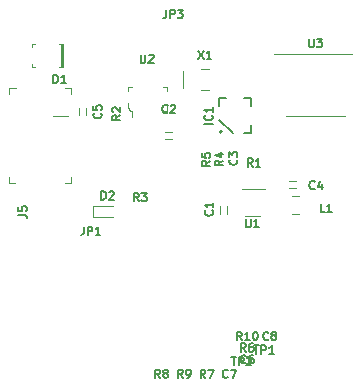
<source format=gbr>
G04 #@! TF.GenerationSoftware,KiCad,Pcbnew,(6.0.0-rc1-dev-1546-g786ee0e)*
G04 #@! TF.CreationDate,2019-11-08T10:29:52+01:00
G04 #@! TF.ProjectId,quicklogic-quick-feather-board,71756963-6b6c-46f6-9769-632d71756963,rev?*
G04 #@! TF.SameCoordinates,Original*
G04 #@! TF.FileFunction,Legend,Top*
G04 #@! TF.FilePolarity,Positive*
%FSLAX46Y46*%
G04 Gerber Fmt 4.6, Leading zero omitted, Abs format (unit mm)*
G04 Created by KiCad (PCBNEW (6.0.0-rc1-dev-1546-g786ee0e)) date Fri Nov  8 10:29:52 2019*
%MOMM*%
%LPD*%
G04 APERTURE LIST*
%ADD10C,0.100000*%
%ADD11C,0.120000*%
%ADD12C,0.150000*%
%ADD13C,0.200000*%
G04 APERTURE END LIST*
D10*
X137800000Y-99585001D02*
X137800000Y-100985001D01*
X139700000Y-101185001D02*
X139400000Y-101185001D01*
X139700000Y-101185001D02*
X140000000Y-101185001D01*
X139700000Y-99385001D02*
X139400000Y-99385001D01*
X139700000Y-99385001D02*
X140000000Y-99385001D01*
D11*
X146550000Y-103330000D02*
X151550000Y-103330000D01*
X145550000Y-98130000D02*
X152150000Y-98130000D01*
X142865000Y-109530000D02*
X144765000Y-109530000D01*
X143090000Y-111830000D02*
X144390000Y-111830000D01*
X147410000Y-109490000D02*
X146810000Y-109490000D01*
X147410000Y-108890000D02*
X146810000Y-108890000D01*
X136340000Y-105310000D02*
X136940000Y-105310000D01*
X136340000Y-104710000D02*
X136940000Y-104710000D01*
X141590000Y-111030000D02*
X141590000Y-111630000D01*
X140990000Y-111030000D02*
X140990000Y-111630000D01*
X129630000Y-103280000D02*
X129630000Y-102680000D01*
X129030000Y-103280000D02*
X129030000Y-102680000D01*
X147050000Y-111710000D02*
X147650000Y-111710000D01*
X147070000Y-110110000D02*
X147670000Y-110110000D01*
X130380000Y-110950000D02*
X131880000Y-110950000D01*
X130380000Y-110950000D02*
X130280000Y-110950000D01*
X130280000Y-110950000D02*
X130180000Y-110950000D01*
X130180000Y-110950000D02*
X130180000Y-111150000D01*
X130180000Y-111150000D02*
X130180000Y-111950000D01*
X130180000Y-111950000D02*
X131880000Y-111950000D01*
D10*
X127345000Y-97285000D02*
X127695000Y-97285000D01*
X127345000Y-99235000D02*
X127695000Y-99235000D01*
X127695000Y-99235000D02*
X127695000Y-97285000D01*
X125045000Y-97535000D02*
X125045000Y-97285000D01*
X125045000Y-97285000D02*
X125295000Y-97285000D01*
X125345000Y-99235000D02*
X125045000Y-99235000D01*
X125045000Y-99235000D02*
X125045000Y-99010000D01*
X127595000Y-99235000D02*
X127595000Y-97285000D01*
X127495000Y-99235000D02*
X127495000Y-97285000D01*
X133150000Y-102615000D02*
X133150000Y-102240000D01*
X133475000Y-102940000D02*
X133475000Y-103465000D01*
X133375000Y-102940000D02*
X133475000Y-102940000D01*
X133150000Y-102615000D02*
X133375000Y-102940000D01*
X136450000Y-100940000D02*
X136450000Y-101265000D01*
X136150000Y-100940000D02*
X136450000Y-100940000D01*
X136450000Y-102940000D02*
X136450000Y-102640000D01*
X136125000Y-102940000D02*
X136450000Y-102940000D01*
X133150000Y-100940000D02*
X133150000Y-101240000D01*
X133475000Y-100940000D02*
X133150000Y-100940000D01*
D12*
X140879000Y-102546000D02*
X140879000Y-101882000D01*
X140879000Y-101882000D02*
X141484500Y-101882000D01*
X140879000Y-102546000D02*
X140879000Y-101882000D01*
X140879000Y-101882000D02*
X141484500Y-101882000D01*
X143601000Y-102546000D02*
X143601000Y-101882000D01*
X143601000Y-101882000D02*
X142995500Y-101882000D01*
X140879000Y-102546000D02*
X140879000Y-101882000D01*
X140879000Y-101882000D02*
X141484500Y-101882000D01*
X143601000Y-104174000D02*
X143601000Y-104838000D01*
X143601000Y-104838000D02*
X142995500Y-104838000D01*
X140879000Y-103688000D02*
X142029000Y-104838000D01*
D13*
X141129000Y-104688000D02*
G75*
G03X141129000Y-104688000I-100000J0D01*
G01*
D10*
X123120000Y-109010000D02*
X123120000Y-108510000D01*
X123120000Y-109010000D02*
X123620000Y-109010000D01*
X128370000Y-109010000D02*
X128370000Y-108510000D01*
X128370000Y-109010000D02*
X127870000Y-109010000D01*
X128120000Y-103410000D02*
X126820000Y-103410000D01*
X123120000Y-101010000D02*
X123120000Y-101510000D01*
X123120000Y-101010000D02*
X123670000Y-101010000D01*
X128370000Y-101010000D02*
X128370000Y-101510000D01*
X128370000Y-101010000D02*
X127870000Y-101010000D01*
D12*
X139133333Y-97871667D02*
X139600000Y-98571667D01*
X139600000Y-97871667D02*
X139133333Y-98571667D01*
X140233333Y-98571667D02*
X139833333Y-98571667D01*
X140033333Y-98571667D02*
X140033333Y-97871667D01*
X139966666Y-97971667D01*
X139900000Y-98038334D01*
X139833333Y-98071667D01*
X148516666Y-96846666D02*
X148516666Y-97413333D01*
X148550000Y-97480000D01*
X148583333Y-97513333D01*
X148650000Y-97546666D01*
X148783333Y-97546666D01*
X148850000Y-97513333D01*
X148883333Y-97480000D01*
X148916666Y-97413333D01*
X148916666Y-96846666D01*
X149183333Y-96846666D02*
X149616666Y-96846666D01*
X149383333Y-97113333D01*
X149483333Y-97113333D01*
X149550000Y-97146666D01*
X149583333Y-97180000D01*
X149616666Y-97246666D01*
X149616666Y-97413333D01*
X149583333Y-97480000D01*
X149550000Y-97513333D01*
X149483333Y-97546666D01*
X149283333Y-97546666D01*
X149216666Y-97513333D01*
X149183333Y-97480000D01*
X143148334Y-124255001D02*
X143115001Y-124288334D01*
X143015001Y-124321667D01*
X142948334Y-124321667D01*
X142848334Y-124288334D01*
X142781667Y-124221667D01*
X142748334Y-124155001D01*
X142715001Y-124021667D01*
X142715001Y-123921667D01*
X142748334Y-123788334D01*
X142781667Y-123721667D01*
X142848334Y-123655001D01*
X142948334Y-123621667D01*
X143015001Y-123621667D01*
X143115001Y-123655001D01*
X143148334Y-123688334D01*
X143748334Y-123621667D02*
X143615001Y-123621667D01*
X143548334Y-123655001D01*
X143515001Y-123688334D01*
X143448334Y-123788334D01*
X143415001Y-123921667D01*
X143415001Y-124188334D01*
X143448334Y-124255001D01*
X143481667Y-124288334D01*
X143548334Y-124321667D01*
X143681667Y-124321667D01*
X143748334Y-124288334D01*
X143781667Y-124255001D01*
X143815001Y-124188334D01*
X143815001Y-124021667D01*
X143781667Y-123955001D01*
X143748334Y-123921667D01*
X143681667Y-123888334D01*
X143548334Y-123888334D01*
X143481667Y-123921667D01*
X143448334Y-123955001D01*
X143415001Y-124021667D01*
X141628334Y-125475001D02*
X141595001Y-125508334D01*
X141495001Y-125541667D01*
X141428334Y-125541667D01*
X141328334Y-125508334D01*
X141261667Y-125441667D01*
X141228334Y-125375001D01*
X141195001Y-125241667D01*
X141195001Y-125141667D01*
X141228334Y-125008334D01*
X141261667Y-124941667D01*
X141328334Y-124875001D01*
X141428334Y-124841667D01*
X141495001Y-124841667D01*
X141595001Y-124875001D01*
X141628334Y-124908334D01*
X141861667Y-124841667D02*
X142328334Y-124841667D01*
X142028334Y-125541667D01*
X145058334Y-122275001D02*
X145025001Y-122308334D01*
X144925001Y-122341667D01*
X144858334Y-122341667D01*
X144758334Y-122308334D01*
X144691667Y-122241667D01*
X144658334Y-122175001D01*
X144625001Y-122041667D01*
X144625001Y-121941667D01*
X144658334Y-121808334D01*
X144691667Y-121741667D01*
X144758334Y-121675001D01*
X144858334Y-121641667D01*
X144925001Y-121641667D01*
X145025001Y-121675001D01*
X145058334Y-121708334D01*
X145458334Y-121941667D02*
X145391667Y-121908334D01*
X145358334Y-121875001D01*
X145325001Y-121808334D01*
X145325001Y-121775001D01*
X145358334Y-121708334D01*
X145391667Y-121675001D01*
X145458334Y-121641667D01*
X145591667Y-121641667D01*
X145658334Y-121675001D01*
X145691667Y-121708334D01*
X145725001Y-121775001D01*
X145725001Y-121808334D01*
X145691667Y-121875001D01*
X145658334Y-121908334D01*
X145591667Y-121941667D01*
X145458334Y-121941667D01*
X145391667Y-121975001D01*
X145358334Y-122008334D01*
X145325001Y-122075001D01*
X145325001Y-122208334D01*
X145358334Y-122275001D01*
X145391667Y-122308334D01*
X145458334Y-122341667D01*
X145591667Y-122341667D01*
X145658334Y-122308334D01*
X145691667Y-122275001D01*
X145725001Y-122208334D01*
X145725001Y-122075001D01*
X145691667Y-122008334D01*
X145658334Y-121975001D01*
X145591667Y-121941667D01*
X143148334Y-123331667D02*
X142915001Y-122998334D01*
X142748334Y-123331667D02*
X142748334Y-122631667D01*
X143015001Y-122631667D01*
X143081667Y-122665001D01*
X143115001Y-122698334D01*
X143148334Y-122765001D01*
X143148334Y-122865001D01*
X143115001Y-122931667D01*
X143081667Y-122965001D01*
X143015001Y-122998334D01*
X142748334Y-122998334D01*
X143748334Y-122631667D02*
X143615001Y-122631667D01*
X143548334Y-122665001D01*
X143515001Y-122698334D01*
X143448334Y-122798334D01*
X143415001Y-122931667D01*
X143415001Y-123198334D01*
X143448334Y-123265001D01*
X143481667Y-123298334D01*
X143548334Y-123331667D01*
X143681667Y-123331667D01*
X143748334Y-123298334D01*
X143781667Y-123265001D01*
X143815001Y-123198334D01*
X143815001Y-123031667D01*
X143781667Y-122965001D01*
X143748334Y-122931667D01*
X143681667Y-122898334D01*
X143548334Y-122898334D01*
X143481667Y-122931667D01*
X143448334Y-122965001D01*
X143415001Y-123031667D01*
X139718334Y-125541667D02*
X139485001Y-125208334D01*
X139318334Y-125541667D02*
X139318334Y-124841667D01*
X139585001Y-124841667D01*
X139651667Y-124875001D01*
X139685001Y-124908334D01*
X139718334Y-124975001D01*
X139718334Y-125075001D01*
X139685001Y-125141667D01*
X139651667Y-125175001D01*
X139585001Y-125208334D01*
X139318334Y-125208334D01*
X139951667Y-124841667D02*
X140418334Y-124841667D01*
X140118334Y-125541667D01*
X137808334Y-125541667D02*
X137575001Y-125208334D01*
X137408334Y-125541667D02*
X137408334Y-124841667D01*
X137675001Y-124841667D01*
X137741667Y-124875001D01*
X137775001Y-124908334D01*
X137808334Y-124975001D01*
X137808334Y-125075001D01*
X137775001Y-125141667D01*
X137741667Y-125175001D01*
X137675001Y-125208334D01*
X137408334Y-125208334D01*
X138141667Y-125541667D02*
X138275001Y-125541667D01*
X138341667Y-125508334D01*
X138375001Y-125475001D01*
X138441667Y-125375001D01*
X138475001Y-125241667D01*
X138475001Y-124975001D01*
X138441667Y-124908334D01*
X138408334Y-124875001D01*
X138341667Y-124841667D01*
X138208334Y-124841667D01*
X138141667Y-124875001D01*
X138108334Y-124908334D01*
X138075001Y-124975001D01*
X138075001Y-125141667D01*
X138108334Y-125208334D01*
X138141667Y-125241667D01*
X138208334Y-125275001D01*
X138341667Y-125275001D01*
X138408334Y-125241667D01*
X138441667Y-125208334D01*
X138475001Y-125141667D01*
X142815001Y-122341667D02*
X142581667Y-122008334D01*
X142415001Y-122341667D02*
X142415001Y-121641667D01*
X142681667Y-121641667D01*
X142748334Y-121675001D01*
X142781667Y-121708334D01*
X142815001Y-121775001D01*
X142815001Y-121875001D01*
X142781667Y-121941667D01*
X142748334Y-121975001D01*
X142681667Y-122008334D01*
X142415001Y-122008334D01*
X143481667Y-122341667D02*
X143081667Y-122341667D01*
X143281667Y-122341667D02*
X143281667Y-121641667D01*
X143215001Y-121741667D01*
X143148334Y-121808334D01*
X143081667Y-121841667D01*
X143915001Y-121641667D02*
X143981667Y-121641667D01*
X144048334Y-121675001D01*
X144081667Y-121708334D01*
X144115001Y-121775001D01*
X144148334Y-121908334D01*
X144148334Y-122075001D01*
X144115001Y-122208334D01*
X144081667Y-122275001D01*
X144048334Y-122308334D01*
X143981667Y-122341667D01*
X143915001Y-122341667D01*
X143848334Y-122308334D01*
X143815001Y-122275001D01*
X143781667Y-122208334D01*
X143748334Y-122075001D01*
X143748334Y-121908334D01*
X143781667Y-121775001D01*
X143815001Y-121708334D01*
X143848334Y-121675001D01*
X143915001Y-121641667D01*
X135898334Y-125541667D02*
X135665001Y-125208334D01*
X135498334Y-125541667D02*
X135498334Y-124841667D01*
X135765001Y-124841667D01*
X135831667Y-124875001D01*
X135865001Y-124908334D01*
X135898334Y-124975001D01*
X135898334Y-125075001D01*
X135865001Y-125141667D01*
X135831667Y-125175001D01*
X135765001Y-125208334D01*
X135498334Y-125208334D01*
X136298334Y-125141667D02*
X136231667Y-125108334D01*
X136198334Y-125075001D01*
X136165001Y-125008334D01*
X136165001Y-124975001D01*
X136198334Y-124908334D01*
X136231667Y-124875001D01*
X136298334Y-124841667D01*
X136431667Y-124841667D01*
X136498334Y-124875001D01*
X136531667Y-124908334D01*
X136565001Y-124975001D01*
X136565001Y-125008334D01*
X136531667Y-125075001D01*
X136498334Y-125108334D01*
X136431667Y-125141667D01*
X136298334Y-125141667D01*
X136231667Y-125175001D01*
X136198334Y-125208334D01*
X136165001Y-125275001D01*
X136165001Y-125408334D01*
X136198334Y-125475001D01*
X136231667Y-125508334D01*
X136298334Y-125541667D01*
X136431667Y-125541667D01*
X136498334Y-125508334D01*
X136531667Y-125475001D01*
X136565001Y-125408334D01*
X136565001Y-125275001D01*
X136531667Y-125208334D01*
X136498334Y-125175001D01*
X136431667Y-125141667D01*
X143836666Y-122787466D02*
X144236666Y-122787466D01*
X144036666Y-123487466D02*
X144036666Y-122787466D01*
X144470000Y-123487466D02*
X144470000Y-122787466D01*
X144736666Y-122787466D01*
X144803333Y-122820800D01*
X144836666Y-122854133D01*
X144870000Y-122920800D01*
X144870000Y-123020800D01*
X144836666Y-123087466D01*
X144803333Y-123120800D01*
X144736666Y-123154133D01*
X144470000Y-123154133D01*
X145536666Y-123487466D02*
X145136666Y-123487466D01*
X145336666Y-123487466D02*
X145336666Y-122787466D01*
X145270000Y-122887466D01*
X145203333Y-122954133D01*
X145136666Y-122987466D01*
X141926666Y-123777466D02*
X142326666Y-123777466D01*
X142126666Y-124477466D02*
X142126666Y-123777466D01*
X142560000Y-124477466D02*
X142560000Y-123777466D01*
X142826666Y-123777466D01*
X142893333Y-123810800D01*
X142926666Y-123844133D01*
X142960000Y-123910800D01*
X142960000Y-124010800D01*
X142926666Y-124077466D01*
X142893333Y-124110800D01*
X142826666Y-124144133D01*
X142560000Y-124144133D01*
X143226666Y-123844133D02*
X143260000Y-123810800D01*
X143326666Y-123777466D01*
X143493333Y-123777466D01*
X143560000Y-123810800D01*
X143593333Y-123844133D01*
X143626666Y-123910800D01*
X143626666Y-123977466D01*
X143593333Y-124077466D01*
X143193333Y-124477466D01*
X143626666Y-124477466D01*
X143156666Y-112096666D02*
X143156666Y-112663333D01*
X143190000Y-112730000D01*
X143223333Y-112763333D01*
X143290000Y-112796666D01*
X143423333Y-112796666D01*
X143490000Y-112763333D01*
X143523333Y-112730000D01*
X143556666Y-112663333D01*
X143556666Y-112096666D01*
X144256666Y-112796666D02*
X143856666Y-112796666D01*
X144056666Y-112796666D02*
X144056666Y-112096666D01*
X143990000Y-112196666D01*
X143923333Y-112263333D01*
X143856666Y-112296666D01*
X142380000Y-107076666D02*
X142413333Y-107110000D01*
X142446666Y-107210000D01*
X142446666Y-107276666D01*
X142413333Y-107376666D01*
X142346666Y-107443333D01*
X142280000Y-107476666D01*
X142146666Y-107510000D01*
X142046666Y-107510000D01*
X141913333Y-107476666D01*
X141846666Y-107443333D01*
X141780000Y-107376666D01*
X141746666Y-107276666D01*
X141746666Y-107210000D01*
X141780000Y-107110000D01*
X141813333Y-107076666D01*
X141746666Y-106843333D02*
X141746666Y-106410000D01*
X142013333Y-106643333D01*
X142013333Y-106543333D01*
X142046666Y-106476666D01*
X142080000Y-106443333D01*
X142146666Y-106410000D01*
X142313333Y-106410000D01*
X142380000Y-106443333D01*
X142413333Y-106476666D01*
X142446666Y-106543333D01*
X142446666Y-106743333D01*
X142413333Y-106810000D01*
X142380000Y-106843333D01*
X140116666Y-107176666D02*
X139783333Y-107410000D01*
X140116666Y-107576666D02*
X139416666Y-107576666D01*
X139416666Y-107310000D01*
X139450000Y-107243333D01*
X139483333Y-107210000D01*
X139550000Y-107176666D01*
X139650000Y-107176666D01*
X139716666Y-107210000D01*
X139750000Y-107243333D01*
X139783333Y-107310000D01*
X139783333Y-107576666D01*
X139416666Y-106543333D02*
X139416666Y-106876666D01*
X139750000Y-106910000D01*
X139716666Y-106876666D01*
X139683333Y-106810000D01*
X139683333Y-106643333D01*
X139716666Y-106576666D01*
X139750000Y-106543333D01*
X139816666Y-106510000D01*
X139983333Y-106510000D01*
X140050000Y-106543333D01*
X140083333Y-106576666D01*
X140116666Y-106643333D01*
X140116666Y-106810000D01*
X140083333Y-106876666D01*
X140050000Y-106910000D01*
X141246666Y-107146666D02*
X140913333Y-107380000D01*
X141246666Y-107546666D02*
X140546666Y-107546666D01*
X140546666Y-107280000D01*
X140580000Y-107213333D01*
X140613333Y-107180000D01*
X140680000Y-107146666D01*
X140780000Y-107146666D01*
X140846666Y-107180000D01*
X140880000Y-107213333D01*
X140913333Y-107280000D01*
X140913333Y-107546666D01*
X140780000Y-106546666D02*
X141246666Y-106546666D01*
X140513333Y-106713333D02*
X141013333Y-106880000D01*
X141013333Y-106446666D01*
X134083333Y-110586666D02*
X133850000Y-110253333D01*
X133683333Y-110586666D02*
X133683333Y-109886666D01*
X133950000Y-109886666D01*
X134016666Y-109920000D01*
X134050000Y-109953333D01*
X134083333Y-110020000D01*
X134083333Y-110120000D01*
X134050000Y-110186666D01*
X134016666Y-110220000D01*
X133950000Y-110253333D01*
X133683333Y-110253333D01*
X134316666Y-109886666D02*
X134750000Y-109886666D01*
X134516666Y-110153333D01*
X134616666Y-110153333D01*
X134683333Y-110186666D01*
X134716666Y-110220000D01*
X134750000Y-110286666D01*
X134750000Y-110453333D01*
X134716666Y-110520000D01*
X134683333Y-110553333D01*
X134616666Y-110586666D01*
X134416666Y-110586666D01*
X134350000Y-110553333D01*
X134316666Y-110520000D01*
X132536666Y-103296666D02*
X132203333Y-103530000D01*
X132536666Y-103696666D02*
X131836666Y-103696666D01*
X131836666Y-103430000D01*
X131870000Y-103363333D01*
X131903333Y-103330000D01*
X131970000Y-103296666D01*
X132070000Y-103296666D01*
X132136666Y-103330000D01*
X132170000Y-103363333D01*
X132203333Y-103430000D01*
X132203333Y-103696666D01*
X131903333Y-103030000D02*
X131870000Y-102996666D01*
X131836666Y-102930000D01*
X131836666Y-102763333D01*
X131870000Y-102696666D01*
X131903333Y-102663333D01*
X131970000Y-102630000D01*
X132036666Y-102630000D01*
X132136666Y-102663333D01*
X132536666Y-103063333D01*
X132536666Y-102630000D01*
X143723333Y-107666666D02*
X143490000Y-107333333D01*
X143323333Y-107666666D02*
X143323333Y-106966666D01*
X143590000Y-106966666D01*
X143656666Y-107000000D01*
X143690000Y-107033333D01*
X143723333Y-107100000D01*
X143723333Y-107200000D01*
X143690000Y-107266666D01*
X143656666Y-107300000D01*
X143590000Y-107333333D01*
X143323333Y-107333333D01*
X144390000Y-107666666D02*
X143990000Y-107666666D01*
X144190000Y-107666666D02*
X144190000Y-106966666D01*
X144123333Y-107066666D01*
X144056666Y-107133333D01*
X143990000Y-107166666D01*
X148973333Y-109510000D02*
X148940000Y-109543333D01*
X148840000Y-109576666D01*
X148773333Y-109576666D01*
X148673333Y-109543333D01*
X148606666Y-109476666D01*
X148573333Y-109410000D01*
X148540000Y-109276666D01*
X148540000Y-109176666D01*
X148573333Y-109043333D01*
X148606666Y-108976666D01*
X148673333Y-108910000D01*
X148773333Y-108876666D01*
X148840000Y-108876666D01*
X148940000Y-108910000D01*
X148973333Y-108943333D01*
X149573333Y-109110000D02*
X149573333Y-109576666D01*
X149406666Y-108843333D02*
X149240000Y-109343333D01*
X149673333Y-109343333D01*
X136523333Y-103060000D02*
X136490000Y-103093333D01*
X136390000Y-103126666D01*
X136323333Y-103126666D01*
X136223333Y-103093333D01*
X136156666Y-103026666D01*
X136123333Y-102960000D01*
X136090000Y-102826666D01*
X136090000Y-102726666D01*
X136123333Y-102593333D01*
X136156666Y-102526666D01*
X136223333Y-102460000D01*
X136323333Y-102426666D01*
X136390000Y-102426666D01*
X136490000Y-102460000D01*
X136523333Y-102493333D01*
X136790000Y-102493333D02*
X136823333Y-102460000D01*
X136890000Y-102426666D01*
X137056666Y-102426666D01*
X137123333Y-102460000D01*
X137156666Y-102493333D01*
X137190000Y-102560000D01*
X137190000Y-102626666D01*
X137156666Y-102726666D01*
X136756666Y-103126666D01*
X137190000Y-103126666D01*
X140300000Y-111366666D02*
X140333333Y-111400000D01*
X140366666Y-111500000D01*
X140366666Y-111566666D01*
X140333333Y-111666666D01*
X140266666Y-111733333D01*
X140200000Y-111766666D01*
X140066666Y-111800000D01*
X139966666Y-111800000D01*
X139833333Y-111766666D01*
X139766666Y-111733333D01*
X139700000Y-111666666D01*
X139666666Y-111566666D01*
X139666666Y-111500000D01*
X139700000Y-111400000D01*
X139733333Y-111366666D01*
X140366666Y-110700000D02*
X140366666Y-111100000D01*
X140366666Y-110900000D02*
X139666666Y-110900000D01*
X139766666Y-110966666D01*
X139833333Y-111033333D01*
X139866666Y-111100000D01*
X130870000Y-103126666D02*
X130903333Y-103160000D01*
X130936666Y-103260000D01*
X130936666Y-103326666D01*
X130903333Y-103426666D01*
X130836666Y-103493333D01*
X130770000Y-103526666D01*
X130636666Y-103560000D01*
X130536666Y-103560000D01*
X130403333Y-103526666D01*
X130336666Y-103493333D01*
X130270000Y-103426666D01*
X130236666Y-103326666D01*
X130236666Y-103260000D01*
X130270000Y-103160000D01*
X130303333Y-103126666D01*
X130236666Y-102493333D02*
X130236666Y-102826666D01*
X130570000Y-102860000D01*
X130536666Y-102826666D01*
X130503333Y-102760000D01*
X130503333Y-102593333D01*
X130536666Y-102526666D01*
X130570000Y-102493333D01*
X130636666Y-102460000D01*
X130803333Y-102460000D01*
X130870000Y-102493333D01*
X130903333Y-102526666D01*
X130936666Y-102593333D01*
X130936666Y-102760000D01*
X130903333Y-102826666D01*
X130870000Y-102860000D01*
X149833333Y-111526666D02*
X149500000Y-111526666D01*
X149500000Y-110826666D01*
X150433333Y-111526666D02*
X150033333Y-111526666D01*
X150233333Y-111526666D02*
X150233333Y-110826666D01*
X150166666Y-110926666D01*
X150100000Y-110993333D01*
X150033333Y-111026666D01*
X130913333Y-110446666D02*
X130913333Y-109746666D01*
X131080000Y-109746666D01*
X131180000Y-109780000D01*
X131246666Y-109846666D01*
X131280000Y-109913333D01*
X131313333Y-110046666D01*
X131313333Y-110146666D01*
X131280000Y-110280000D01*
X131246666Y-110346666D01*
X131180000Y-110413333D01*
X131080000Y-110446666D01*
X130913333Y-110446666D01*
X131580000Y-109813333D02*
X131613333Y-109780000D01*
X131680000Y-109746666D01*
X131846666Y-109746666D01*
X131913333Y-109780000D01*
X131946666Y-109813333D01*
X131980000Y-109880000D01*
X131980000Y-109946666D01*
X131946666Y-110046666D01*
X131546666Y-110446666D01*
X131980000Y-110446666D01*
X126853333Y-100576666D02*
X126853333Y-99876666D01*
X127020000Y-99876666D01*
X127120000Y-99910000D01*
X127186666Y-99976666D01*
X127220000Y-100043333D01*
X127253333Y-100176666D01*
X127253333Y-100276666D01*
X127220000Y-100410000D01*
X127186666Y-100476666D01*
X127120000Y-100543333D01*
X127020000Y-100576666D01*
X126853333Y-100576666D01*
X127920000Y-100576666D02*
X127520000Y-100576666D01*
X127720000Y-100576666D02*
X127720000Y-99876666D01*
X127653333Y-99976666D01*
X127586666Y-100043333D01*
X127520000Y-100076666D01*
X134241666Y-98181666D02*
X134241666Y-98748333D01*
X134275000Y-98815000D01*
X134308333Y-98848333D01*
X134375000Y-98881666D01*
X134508333Y-98881666D01*
X134575000Y-98848333D01*
X134608333Y-98815000D01*
X134641666Y-98748333D01*
X134641666Y-98181666D01*
X134941666Y-98248333D02*
X134975000Y-98215000D01*
X135041666Y-98181666D01*
X135208333Y-98181666D01*
X135275000Y-98215000D01*
X135308333Y-98248333D01*
X135341666Y-98315000D01*
X135341666Y-98381666D01*
X135308333Y-98481666D01*
X134908333Y-98881666D01*
X135341666Y-98881666D01*
X140345666Y-104043333D02*
X139645666Y-104043333D01*
X140279000Y-103310000D02*
X140312333Y-103343333D01*
X140345666Y-103443333D01*
X140345666Y-103510000D01*
X140312333Y-103610000D01*
X140245666Y-103676666D01*
X140179000Y-103710000D01*
X140045666Y-103743333D01*
X139945666Y-103743333D01*
X139812333Y-103710000D01*
X139745666Y-103676666D01*
X139679000Y-103610000D01*
X139645666Y-103510000D01*
X139645666Y-103443333D01*
X139679000Y-103343333D01*
X139712333Y-103310000D01*
X140345666Y-102643333D02*
X140345666Y-103043333D01*
X140345666Y-102843333D02*
X139645666Y-102843333D01*
X139745666Y-102910000D01*
X139812333Y-102976666D01*
X139845666Y-103043333D01*
X123896666Y-111713333D02*
X124396666Y-111713333D01*
X124496666Y-111746666D01*
X124563333Y-111813333D01*
X124596666Y-111913333D01*
X124596666Y-111980000D01*
X123896666Y-111046666D02*
X123896666Y-111380000D01*
X124230000Y-111413333D01*
X124196666Y-111380000D01*
X124163333Y-111313333D01*
X124163333Y-111146666D01*
X124196666Y-111080000D01*
X124230000Y-111046666D01*
X124296666Y-111013333D01*
X124463333Y-111013333D01*
X124530000Y-111046666D01*
X124563333Y-111080000D01*
X124596666Y-111146666D01*
X124596666Y-111313333D01*
X124563333Y-111380000D01*
X124530000Y-111413333D01*
X129429166Y-112736666D02*
X129429166Y-113236666D01*
X129395833Y-113336666D01*
X129329166Y-113403333D01*
X129229166Y-113436666D01*
X129162500Y-113436666D01*
X129762500Y-113436666D02*
X129762500Y-112736666D01*
X130029166Y-112736666D01*
X130095833Y-112770000D01*
X130129166Y-112803333D01*
X130162500Y-112870000D01*
X130162500Y-112970000D01*
X130129166Y-113036666D01*
X130095833Y-113070000D01*
X130029166Y-113103333D01*
X129762500Y-113103333D01*
X130829166Y-113436666D02*
X130429166Y-113436666D01*
X130629166Y-113436666D02*
X130629166Y-112736666D01*
X130562500Y-112836666D01*
X130495833Y-112903333D01*
X130429166Y-112936666D01*
X136424166Y-94376666D02*
X136424166Y-94876666D01*
X136390833Y-94976666D01*
X136324166Y-95043333D01*
X136224166Y-95076666D01*
X136157500Y-95076666D01*
X136757500Y-95076666D02*
X136757500Y-94376666D01*
X137024166Y-94376666D01*
X137090833Y-94410000D01*
X137124166Y-94443333D01*
X137157500Y-94510000D01*
X137157500Y-94610000D01*
X137124166Y-94676666D01*
X137090833Y-94710000D01*
X137024166Y-94743333D01*
X136757500Y-94743333D01*
X137390833Y-94376666D02*
X137824166Y-94376666D01*
X137590833Y-94643333D01*
X137690833Y-94643333D01*
X137757500Y-94676666D01*
X137790833Y-94710000D01*
X137824166Y-94776666D01*
X137824166Y-94943333D01*
X137790833Y-95010000D01*
X137757500Y-95043333D01*
X137690833Y-95076666D01*
X137490833Y-95076666D01*
X137424166Y-95043333D01*
X137390833Y-95010000D01*
M02*

</source>
